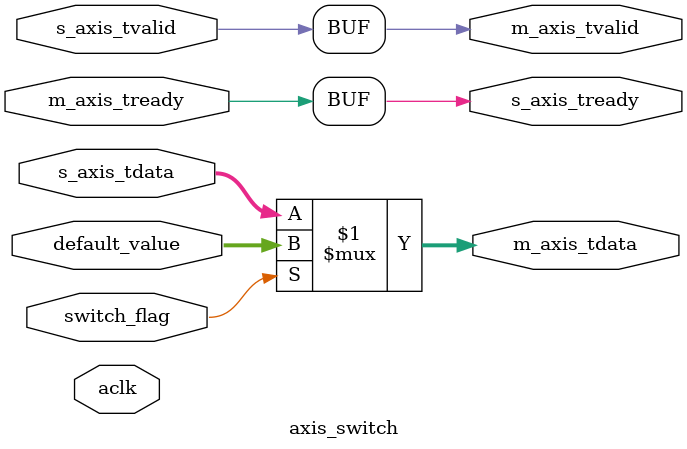
<source format=v>

`timescale 1 ns / 1 ps

module axis_switch #
(
  parameter integer AXIS_TDATA_WIDTH = 32
)
(
  // System signals
  input  wire                        aclk,

  input  wire                        switch_flag,
  input  wire [AXIS_TDATA_WIDTH-1:0] default_value,

  // Slave side
  output wire                        s_axis_tready,
  input  wire [AXIS_TDATA_WIDTH-1:0] s_axis_tdata,
  input  wire                        s_axis_tvalid,

  // Master side
  input  wire                        m_axis_tready,
  output wire [AXIS_TDATA_WIDTH-1:0] m_axis_tdata,
  output wire                        m_axis_tvalid
);

  assign s_axis_tready =   m_axis_tready;
  assign m_axis_tdata = switch_flag ? default_value: s_axis_tdata;
  assign m_axis_tvalid =  s_axis_tvalid;

endmodule
</source>
